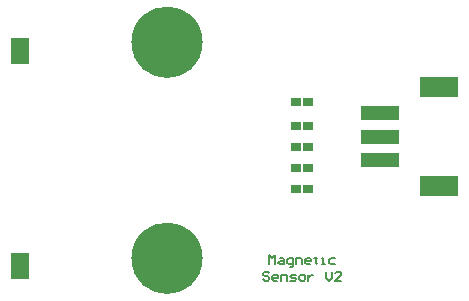
<source format=gts>
%FSLAX23Y23*%
%MOIN*%
G70*
G01*
G75*
G04 Layer_Color=8388736*
%ADD10R,0.024X0.020*%
%ADD11R,0.118X0.059*%
%ADD12R,0.118X0.039*%
%ADD13R,0.051X0.079*%
%ADD14C,0.010*%
%ADD15C,0.236*%
%ADD16C,0.039*%
%ADD17C,0.005*%
%ADD18C,0.059*%
%ADD19R,0.032X0.028*%
%ADD20R,0.126X0.067*%
%ADD21R,0.126X0.047*%
%ADD22R,0.059X0.087*%
D15*
X570Y155D02*
D03*
Y875D02*
D03*
D16*
X659Y155D02*
D03*
X633Y92D02*
D03*
X570Y66D02*
D03*
X507Y92D02*
D03*
X481Y155D02*
D03*
X570Y244D02*
D03*
X633Y218D02*
D03*
X507D02*
D03*
X659Y875D02*
D03*
X633Y812D02*
D03*
X570Y786D02*
D03*
X507Y812D02*
D03*
X481Y875D02*
D03*
X570Y964D02*
D03*
X633Y938D02*
D03*
X507D02*
D03*
D17*
X910Y105D02*
X905Y110D01*
X895D01*
X890Y105D01*
Y100D01*
X895Y95D01*
X905D01*
X910Y90D01*
Y85D01*
X905Y80D01*
X895D01*
X890Y85D01*
X935Y80D02*
X925D01*
X920Y85D01*
Y95D01*
X925Y100D01*
X935D01*
X940Y95D01*
Y90D01*
X920D01*
X950Y80D02*
Y100D01*
X965D01*
X970Y95D01*
Y80D01*
X980D02*
X995D01*
X1000Y85D01*
X995Y90D01*
X985D01*
X980Y95D01*
X985Y100D01*
X1000D01*
X1015Y80D02*
X1025D01*
X1030Y85D01*
Y95D01*
X1025Y100D01*
X1015D01*
X1010Y95D01*
Y85D01*
X1015Y80D01*
X1040Y100D02*
Y80D01*
Y90D01*
X1045Y95D01*
X1050Y100D01*
X1055D01*
X1100Y110D02*
Y90D01*
X1110Y80D01*
X1120Y90D01*
Y110D01*
X1150Y80D02*
X1130D01*
X1150Y100D01*
Y105D01*
X1145Y110D01*
X1135D01*
X1130Y105D01*
X910Y135D02*
Y165D01*
X920Y155D01*
X930Y165D01*
Y135D01*
X945Y155D02*
X955D01*
X960Y150D01*
Y135D01*
X945D01*
X940Y140D01*
X945Y145D01*
X960D01*
X980Y125D02*
X985D01*
X990Y130D01*
Y155D01*
X975D01*
X970Y150D01*
Y140D01*
X975Y135D01*
X990D01*
X1000D02*
Y155D01*
X1015D01*
X1020Y150D01*
Y135D01*
X1045D02*
X1035D01*
X1030Y140D01*
Y150D01*
X1035Y155D01*
X1045D01*
X1050Y150D01*
Y145D01*
X1030D01*
X1065Y160D02*
Y155D01*
X1060D01*
X1070D01*
X1065D01*
Y140D01*
X1070Y135D01*
X1085D02*
X1095D01*
X1090D01*
Y155D01*
X1085D01*
X1130D02*
X1115D01*
X1110Y150D01*
Y140D01*
X1115Y135D01*
X1130D01*
D18*
X659Y155D02*
G03*
X659Y155I-89J0D01*
G01*
Y875D02*
G03*
X659Y875I-89J0D01*
G01*
D19*
X1040Y595D02*
D03*
X1000D02*
D03*
X1000Y455D02*
D03*
X1040D02*
D03*
X1040Y525D02*
D03*
X1000D02*
D03*
X1040Y385D02*
D03*
X1000D02*
D03*
X1000Y675D02*
D03*
X1040D02*
D03*
D20*
X1477Y395D02*
D03*
Y725D02*
D03*
D21*
X1280Y639D02*
D03*
Y481D02*
D03*
Y560D02*
D03*
Y639D02*
D03*
D22*
X80Y847D02*
D03*
Y129D02*
D03*
M02*

</source>
